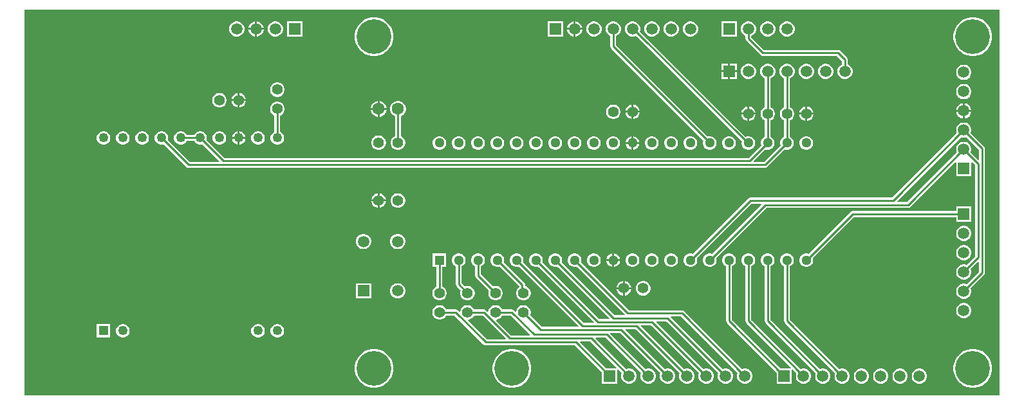
<source format=gtl>
G04*
G04 #@! TF.GenerationSoftware,Altium Limited,Altium Designer,21.6.1 (37)*
G04*
G04 Layer_Physical_Order=1*
G04 Layer_Color=255*
%FSLAX25Y25*%
%MOIN*%
G70*
G04*
G04 #@! TF.SameCoordinates,5A4F57BB-18EF-4FC9-9596-1EF8DA8ABA7A*
G04*
G04*
G04 #@! TF.FilePolarity,Positive*
G04*
G01*
G75*
%ADD10C,0.01000*%
%ADD21C,0.04921*%
%ADD22R,0.04921X0.04921*%
%ADD24C,0.05906*%
%ADD25R,0.05906X0.05906*%
%ADD26C,0.05512*%
%ADD27C,0.06299*%
%ADD28R,0.05906X0.05906*%
%ADD29R,0.05039X0.05039*%
%ADD30C,0.05039*%
%ADD31C,0.18000*%
G36*
X505000Y0D02*
X0D01*
Y200000D01*
X505000D01*
Y0D01*
D02*
G37*
%LPC*%
G36*
X120520Y193953D02*
X120500D01*
Y190500D01*
X123953D01*
Y190520D01*
X123683Y191526D01*
X123163Y192427D01*
X122427Y193163D01*
X121526Y193683D01*
X120520Y193953D01*
D02*
G37*
G36*
X285520D02*
X285500D01*
Y190500D01*
X288953D01*
Y190520D01*
X288683Y191526D01*
X288163Y192427D01*
X287427Y193163D01*
X286526Y193683D01*
X285520Y193953D01*
D02*
G37*
G36*
X284500D02*
X284480D01*
X283474Y193683D01*
X282573Y193163D01*
X281837Y192427D01*
X281317Y191526D01*
X281047Y190520D01*
Y190500D01*
X284500D01*
Y193953D01*
D02*
G37*
G36*
X119500D02*
X119480D01*
X118474Y193683D01*
X117573Y193163D01*
X116837Y192427D01*
X116317Y191526D01*
X116047Y190520D01*
Y190500D01*
X119500D01*
Y193953D01*
D02*
G37*
G36*
X395520D02*
X394480D01*
X393474Y193683D01*
X392573Y193163D01*
X391837Y192427D01*
X391317Y191526D01*
X391047Y190520D01*
Y189480D01*
X391317Y188474D01*
X391837Y187573D01*
X392573Y186837D01*
X393474Y186317D01*
X394480Y186047D01*
X395520D01*
X396526Y186317D01*
X397427Y186837D01*
X398163Y187573D01*
X398683Y188474D01*
X398953Y189480D01*
Y190520D01*
X398683Y191526D01*
X398163Y192427D01*
X397427Y193163D01*
X396526Y193683D01*
X395520Y193953D01*
D02*
G37*
G36*
X385520D02*
X384480D01*
X383474Y193683D01*
X382573Y193163D01*
X381837Y192427D01*
X381317Y191526D01*
X381047Y190520D01*
Y189480D01*
X381317Y188474D01*
X381837Y187573D01*
X382573Y186837D01*
X383474Y186317D01*
X384480Y186047D01*
X385520D01*
X386526Y186317D01*
X387427Y186837D01*
X388163Y187573D01*
X388683Y188474D01*
X388953Y189480D01*
Y190520D01*
X388683Y191526D01*
X388163Y192427D01*
X387427Y193163D01*
X386526Y193683D01*
X385520Y193953D01*
D02*
G37*
G36*
X368953D02*
X361047D01*
Y186047D01*
X368953D01*
Y193953D01*
D02*
G37*
G36*
X345520D02*
X344480D01*
X343474Y193683D01*
X342573Y193163D01*
X341837Y192427D01*
X341317Y191526D01*
X341047Y190520D01*
Y189480D01*
X341317Y188474D01*
X341837Y187573D01*
X342573Y186837D01*
X343474Y186317D01*
X344480Y186047D01*
X345520D01*
X346526Y186317D01*
X347427Y186837D01*
X348163Y187573D01*
X348683Y188474D01*
X348953Y189480D01*
Y190520D01*
X348683Y191526D01*
X348163Y192427D01*
X347427Y193163D01*
X346526Y193683D01*
X345520Y193953D01*
D02*
G37*
G36*
X335520D02*
X334480D01*
X333474Y193683D01*
X332573Y193163D01*
X331837Y192427D01*
X331317Y191526D01*
X331047Y190520D01*
Y189480D01*
X331317Y188474D01*
X331837Y187573D01*
X332573Y186837D01*
X333474Y186317D01*
X334480Y186047D01*
X335520D01*
X336526Y186317D01*
X337427Y186837D01*
X338163Y187573D01*
X338683Y188474D01*
X338953Y189480D01*
Y190520D01*
X338683Y191526D01*
X338163Y192427D01*
X337427Y193163D01*
X336526Y193683D01*
X335520Y193953D01*
D02*
G37*
G36*
X325520D02*
X324480D01*
X323474Y193683D01*
X322573Y193163D01*
X321837Y192427D01*
X321317Y191526D01*
X321047Y190520D01*
Y189480D01*
X321317Y188474D01*
X321837Y187573D01*
X322573Y186837D01*
X323474Y186317D01*
X324480Y186047D01*
X325520D01*
X326526Y186317D01*
X327427Y186837D01*
X328163Y187573D01*
X328683Y188474D01*
X328953Y189480D01*
Y190520D01*
X328683Y191526D01*
X328163Y192427D01*
X327427Y193163D01*
X326526Y193683D01*
X325520Y193953D01*
D02*
G37*
G36*
X295520D02*
X294480D01*
X293474Y193683D01*
X292573Y193163D01*
X291837Y192427D01*
X291317Y191526D01*
X291047Y190520D01*
Y189480D01*
X291317Y188474D01*
X291837Y187573D01*
X292573Y186837D01*
X293474Y186317D01*
X294480Y186047D01*
X295520D01*
X296526Y186317D01*
X297427Y186837D01*
X298163Y187573D01*
X298683Y188474D01*
X298953Y189480D01*
Y190520D01*
X298683Y191526D01*
X298163Y192427D01*
X297427Y193163D01*
X296526Y193683D01*
X295520Y193953D01*
D02*
G37*
G36*
X288953Y189500D02*
X285500D01*
Y186047D01*
X285520D01*
X286526Y186317D01*
X287427Y186837D01*
X288163Y187573D01*
X288683Y188474D01*
X288953Y189480D01*
Y189500D01*
D02*
G37*
G36*
X284500D02*
X281047D01*
Y189480D01*
X281317Y188474D01*
X281837Y187573D01*
X282573Y186837D01*
X283474Y186317D01*
X284480Y186047D01*
X284500D01*
Y189500D01*
D02*
G37*
G36*
X278953Y193953D02*
X271047D01*
Y186047D01*
X278953D01*
Y193953D01*
D02*
G37*
G36*
X143953D02*
X136047D01*
Y186047D01*
X143953D01*
Y193953D01*
D02*
G37*
G36*
X130520D02*
X129480D01*
X128474Y193683D01*
X127573Y193163D01*
X126837Y192427D01*
X126317Y191526D01*
X126047Y190520D01*
Y189480D01*
X126317Y188474D01*
X126837Y187573D01*
X127573Y186837D01*
X128474Y186317D01*
X129480Y186047D01*
X130520D01*
X131526Y186317D01*
X132427Y186837D01*
X133163Y187573D01*
X133683Y188474D01*
X133953Y189480D01*
Y190520D01*
X133683Y191526D01*
X133163Y192427D01*
X132427Y193163D01*
X131526Y193683D01*
X130520Y193953D01*
D02*
G37*
G36*
X123953Y189500D02*
X120500D01*
Y186047D01*
X120520D01*
X121526Y186317D01*
X122427Y186837D01*
X123163Y187573D01*
X123683Y188474D01*
X123953Y189480D01*
Y189500D01*
D02*
G37*
G36*
X119500D02*
X116047D01*
Y189480D01*
X116317Y188474D01*
X116837Y187573D01*
X117573Y186837D01*
X118474Y186317D01*
X119480Y186047D01*
X119500D01*
Y189500D01*
D02*
G37*
G36*
X110520Y193953D02*
X109480D01*
X108474Y193683D01*
X107573Y193163D01*
X106837Y192427D01*
X106317Y191526D01*
X106047Y190520D01*
Y189480D01*
X106317Y188474D01*
X106837Y187573D01*
X107573Y186837D01*
X108474Y186317D01*
X109480Y186047D01*
X110520D01*
X111526Y186317D01*
X112427Y186837D01*
X113163Y187573D01*
X113683Y188474D01*
X113953Y189480D01*
Y190520D01*
X113683Y191526D01*
X113163Y192427D01*
X112427Y193163D01*
X111526Y193683D01*
X110520Y193953D01*
D02*
G37*
G36*
X492185Y196000D02*
X490215D01*
X488283Y195616D01*
X486463Y194862D01*
X484825Y193767D01*
X483432Y192375D01*
X482338Y190737D01*
X481584Y188917D01*
X481200Y186985D01*
Y185015D01*
X481584Y183083D01*
X482338Y181263D01*
X483432Y179625D01*
X484825Y178233D01*
X486463Y177138D01*
X488283Y176384D01*
X490215Y176000D01*
X492185D01*
X494117Y176384D01*
X495937Y177138D01*
X497575Y178233D01*
X498968Y179625D01*
X500062Y181263D01*
X500816Y183083D01*
X501200Y185015D01*
Y186985D01*
X500816Y188917D01*
X500062Y190737D01*
X498968Y192375D01*
X497575Y193767D01*
X495937Y194862D01*
X494117Y195616D01*
X492185Y196000D01*
D02*
G37*
G36*
X182087D02*
X180117D01*
X178185Y195616D01*
X176366Y194862D01*
X174728Y193767D01*
X173335Y192375D01*
X172240Y190737D01*
X171487Y188917D01*
X171102Y186985D01*
Y185015D01*
X171487Y183083D01*
X172240Y181263D01*
X173335Y179625D01*
X174728Y178233D01*
X176366Y177138D01*
X178185Y176384D01*
X180117Y176000D01*
X182087D01*
X184019Y176384D01*
X185839Y177138D01*
X187477Y178233D01*
X188870Y179625D01*
X189964Y181263D01*
X190718Y183083D01*
X191102Y185015D01*
Y186985D01*
X190718Y188917D01*
X189964Y190737D01*
X188870Y192375D01*
X187477Y193767D01*
X185839Y194862D01*
X184019Y195616D01*
X182087Y196000D01*
D02*
G37*
G36*
X368953Y171953D02*
X365500D01*
Y168500D01*
X368953D01*
Y171953D01*
D02*
G37*
G36*
X364500D02*
X361047D01*
Y168500D01*
X364500D01*
Y171953D01*
D02*
G37*
G36*
X375520Y193953D02*
X374480D01*
X373474Y193683D01*
X372573Y193163D01*
X371837Y192427D01*
X371317Y191526D01*
X371047Y190520D01*
Y189480D01*
X371317Y188474D01*
X371837Y187573D01*
X372573Y186837D01*
X373471Y186319D01*
Y185000D01*
X373587Y184415D01*
X373919Y183919D01*
X381419Y176419D01*
X381915Y176087D01*
X382500Y175971D01*
X420866D01*
X423471Y173366D01*
Y171681D01*
X422573Y171163D01*
X421837Y170427D01*
X421317Y169526D01*
X421047Y168520D01*
Y167480D01*
X421317Y166474D01*
X421837Y165573D01*
X422573Y164837D01*
X423474Y164317D01*
X424480Y164047D01*
X425520D01*
X426526Y164317D01*
X427427Y164837D01*
X428163Y165573D01*
X428683Y166474D01*
X428953Y167480D01*
Y168520D01*
X428683Y169526D01*
X428163Y170427D01*
X427427Y171163D01*
X426529Y171681D01*
Y174000D01*
X426413Y174585D01*
X426081Y175081D01*
X422581Y178581D01*
X422085Y178913D01*
X421500Y179029D01*
X383134D01*
X376529Y185634D01*
Y186319D01*
X377427Y186837D01*
X378163Y187573D01*
X378683Y188474D01*
X378953Y189480D01*
Y190520D01*
X378683Y191526D01*
X378163Y192427D01*
X377427Y193163D01*
X376526Y193683D01*
X375520Y193953D01*
D02*
G37*
G36*
X415520Y171953D02*
X414480D01*
X413474Y171683D01*
X412573Y171163D01*
X411837Y170427D01*
X411317Y169526D01*
X411047Y168520D01*
Y167480D01*
X411317Y166474D01*
X411837Y165573D01*
X412573Y164837D01*
X413474Y164317D01*
X414480Y164047D01*
X415520D01*
X416526Y164317D01*
X417427Y164837D01*
X418163Y165573D01*
X418683Y166474D01*
X418953Y167480D01*
Y168520D01*
X418683Y169526D01*
X418163Y170427D01*
X417427Y171163D01*
X416526Y171683D01*
X415520Y171953D01*
D02*
G37*
G36*
X405520D02*
X404480D01*
X403474Y171683D01*
X402573Y171163D01*
X401837Y170427D01*
X401317Y169526D01*
X401047Y168520D01*
Y167480D01*
X401317Y166474D01*
X401837Y165573D01*
X402573Y164837D01*
X403474Y164317D01*
X404480Y164047D01*
X405520D01*
X406526Y164317D01*
X407427Y164837D01*
X408163Y165573D01*
X408683Y166474D01*
X408953Y167480D01*
Y168520D01*
X408683Y169526D01*
X408163Y170427D01*
X407427Y171163D01*
X406526Y171683D01*
X405520Y171953D01*
D02*
G37*
G36*
X375520D02*
X374480D01*
X373474Y171683D01*
X372573Y171163D01*
X371837Y170427D01*
X371317Y169526D01*
X371047Y168520D01*
Y167480D01*
X371317Y166474D01*
X371837Y165573D01*
X372573Y164837D01*
X373474Y164317D01*
X374480Y164047D01*
X375520D01*
X376526Y164317D01*
X377427Y164837D01*
X378163Y165573D01*
X378683Y166474D01*
X378953Y167480D01*
Y168520D01*
X378683Y169526D01*
X378163Y170427D01*
X377427Y171163D01*
X376526Y171683D01*
X375520Y171953D01*
D02*
G37*
G36*
X368953Y167500D02*
X365500D01*
Y164047D01*
X368953D01*
Y167500D01*
D02*
G37*
G36*
X364500D02*
X361047D01*
Y164047D01*
X364500D01*
Y167500D01*
D02*
G37*
G36*
X487020Y171453D02*
X485980D01*
X484974Y171183D01*
X484073Y170663D01*
X483337Y169927D01*
X482817Y169026D01*
X482547Y168020D01*
Y166980D01*
X482817Y165974D01*
X483337Y165073D01*
X484073Y164337D01*
X484974Y163817D01*
X485980Y163547D01*
X487020D01*
X488026Y163817D01*
X488927Y164337D01*
X489663Y165073D01*
X490183Y165974D01*
X490453Y166980D01*
Y168020D01*
X490183Y169026D01*
X489663Y169927D01*
X488927Y170663D01*
X488026Y171183D01*
X487020Y171453D01*
D02*
G37*
G36*
X131494Y162256D02*
X130506D01*
X129550Y162000D01*
X128694Y161505D01*
X127995Y160806D01*
X127500Y159950D01*
X127244Y158994D01*
Y158005D01*
X127500Y157050D01*
X127995Y156194D01*
X128694Y155494D01*
X129550Y155000D01*
X130506Y154744D01*
X131494D01*
X132450Y155000D01*
X133306Y155494D01*
X134005Y156194D01*
X134500Y157050D01*
X134756Y158005D01*
Y158994D01*
X134500Y159950D01*
X134005Y160806D01*
X133306Y161505D01*
X132450Y162000D01*
X131494Y162256D01*
D02*
G37*
G36*
X487020Y161453D02*
X485980D01*
X484974Y161183D01*
X484073Y160663D01*
X483337Y159927D01*
X482817Y159026D01*
X482547Y158020D01*
Y156980D01*
X482817Y155974D01*
X483337Y155073D01*
X484073Y154337D01*
X484974Y153817D01*
X485980Y153547D01*
X487020D01*
X488026Y153817D01*
X488927Y154337D01*
X489663Y155073D01*
X490183Y155974D01*
X490453Y156980D01*
Y158020D01*
X490183Y159026D01*
X489663Y159927D01*
X488927Y160663D01*
X488026Y161183D01*
X487020Y161453D01*
D02*
G37*
G36*
X111500Y156754D02*
Y153500D01*
X114754D01*
X114500Y154450D01*
X114005Y155306D01*
X113306Y156006D01*
X112450Y156500D01*
X111500Y156754D01*
D02*
G37*
G36*
X110500D02*
X109550Y156500D01*
X108694Y156006D01*
X107994Y155306D01*
X107500Y154450D01*
X107246Y153500D01*
X110500D01*
Y156754D01*
D02*
G37*
G36*
X114754Y152500D02*
X111500D01*
Y149246D01*
X112450Y149500D01*
X113306Y149995D01*
X114005Y150694D01*
X114500Y151550D01*
X114754Y152500D01*
D02*
G37*
G36*
X110500D02*
X107246D01*
X107500Y151550D01*
X107994Y150694D01*
X108694Y149995D01*
X109550Y149500D01*
X110500Y149246D01*
Y152500D01*
D02*
G37*
G36*
X101495Y156756D02*
X100505D01*
X99550Y156500D01*
X98694Y156006D01*
X97995Y155306D01*
X97500Y154450D01*
X97244Y153495D01*
Y152506D01*
X97500Y151550D01*
X97995Y150694D01*
X98694Y149995D01*
X99550Y149500D01*
X100505Y149244D01*
X101495D01*
X102450Y149500D01*
X103306Y149995D01*
X104006Y150694D01*
X104500Y151550D01*
X104756Y152506D01*
Y153495D01*
X104500Y154450D01*
X104006Y155306D01*
X103306Y156006D01*
X102450Y156500D01*
X101495Y156756D01*
D02*
G37*
G36*
X184046Y152650D02*
X184000D01*
Y149000D01*
X187650D01*
Y149046D01*
X187367Y150102D01*
X186820Y151048D01*
X186048Y151821D01*
X185102Y152367D01*
X184046Y152650D01*
D02*
G37*
G36*
X183000D02*
X182954D01*
X181898Y152367D01*
X180952Y151821D01*
X180180Y151048D01*
X179633Y150102D01*
X179350Y149046D01*
Y149000D01*
X183000D01*
Y152650D01*
D02*
G37*
G36*
X487020Y151453D02*
X487000D01*
Y148000D01*
X490453D01*
Y148020D01*
X490183Y149026D01*
X489663Y149927D01*
X488927Y150663D01*
X488026Y151183D01*
X487020Y151453D01*
D02*
G37*
G36*
X486000D02*
X485980D01*
X484974Y151183D01*
X484073Y150663D01*
X483337Y149927D01*
X482817Y149026D01*
X482547Y148020D01*
Y148000D01*
X486000D01*
Y151453D01*
D02*
G37*
G36*
X315500Y150754D02*
Y147500D01*
X318754D01*
X318500Y148450D01*
X318005Y149306D01*
X317306Y150005D01*
X316450Y150500D01*
X315500Y150754D01*
D02*
G37*
G36*
X314500D02*
X313550Y150500D01*
X312694Y150005D01*
X311995Y149306D01*
X311500Y148450D01*
X311246Y147500D01*
X314500D01*
Y150754D01*
D02*
G37*
G36*
X405500Y149754D02*
Y146500D01*
X408754D01*
X408500Y147450D01*
X408006Y148306D01*
X407306Y149005D01*
X406450Y149500D01*
X405500Y149754D01*
D02*
G37*
G36*
X375500D02*
Y146500D01*
X378754D01*
X378500Y147450D01*
X378006Y148306D01*
X377306Y149005D01*
X376450Y149500D01*
X375500Y149754D01*
D02*
G37*
G36*
X374500D02*
X373550Y149500D01*
X372694Y149005D01*
X371994Y148306D01*
X371500Y147450D01*
X371246Y146500D01*
X374500D01*
Y149754D01*
D02*
G37*
G36*
X404500D02*
X403550Y149500D01*
X402694Y149005D01*
X401995Y148306D01*
X401500Y147450D01*
X401246Y146500D01*
X404500D01*
Y149754D01*
D02*
G37*
G36*
X187650Y148000D02*
X184000D01*
Y144350D01*
X184046D01*
X185102Y144633D01*
X186048Y145179D01*
X186820Y145952D01*
X187367Y146898D01*
X187650Y147954D01*
Y148000D01*
D02*
G37*
G36*
X183000D02*
X179350D01*
Y147954D01*
X179633Y146898D01*
X180180Y145952D01*
X180952Y145179D01*
X181898Y144633D01*
X182954Y144350D01*
X183000D01*
Y148000D01*
D02*
G37*
G36*
X490453Y147000D02*
X487000D01*
Y143547D01*
X487020D01*
X488026Y143817D01*
X488927Y144337D01*
X489663Y145073D01*
X490183Y145974D01*
X490453Y146980D01*
Y147000D01*
D02*
G37*
G36*
X486000D02*
X482547D01*
Y146980D01*
X482817Y145974D01*
X483337Y145073D01*
X484073Y144337D01*
X484974Y143817D01*
X485980Y143547D01*
X486000D01*
Y147000D01*
D02*
G37*
G36*
X318754Y146500D02*
X315500D01*
Y143246D01*
X316450Y143500D01*
X317306Y143994D01*
X318005Y144694D01*
X318500Y145550D01*
X318754Y146500D01*
D02*
G37*
G36*
X314500D02*
X311246D01*
X311500Y145550D01*
X311995Y144694D01*
X312694Y143994D01*
X313550Y143500D01*
X314500Y143246D01*
Y146500D01*
D02*
G37*
G36*
X305494Y150756D02*
X304505D01*
X303550Y150500D01*
X302694Y150005D01*
X301994Y149306D01*
X301500Y148450D01*
X301244Y147494D01*
Y146505D01*
X301500Y145550D01*
X301994Y144694D01*
X302694Y143994D01*
X303550Y143500D01*
X304505Y143244D01*
X305494D01*
X306450Y143500D01*
X307306Y143994D01*
X308005Y144694D01*
X308500Y145550D01*
X308756Y146505D01*
Y147494D01*
X308500Y148450D01*
X308005Y149306D01*
X307306Y150005D01*
X306450Y150500D01*
X305494Y150756D01*
D02*
G37*
G36*
X408754Y145500D02*
X405500D01*
Y142246D01*
X406450Y142500D01*
X407306Y142994D01*
X408006Y143694D01*
X408500Y144550D01*
X408754Y145500D01*
D02*
G37*
G36*
X378754D02*
X375500D01*
Y142246D01*
X376450Y142500D01*
X377306Y142994D01*
X378006Y143694D01*
X378500Y144550D01*
X378754Y145500D01*
D02*
G37*
G36*
X374500D02*
X371246D01*
X371500Y144550D01*
X371994Y143694D01*
X372694Y142994D01*
X373550Y142500D01*
X374500Y142246D01*
Y145500D01*
D02*
G37*
G36*
X404500D02*
X401246D01*
X401500Y144550D01*
X401995Y143694D01*
X402694Y142994D01*
X403550Y142500D01*
X404500Y142246D01*
Y145500D01*
D02*
G37*
G36*
X111500Y136949D02*
Y134000D01*
X114449D01*
X114225Y134836D01*
X113769Y135625D01*
X113125Y136269D01*
X112336Y136725D01*
X111500Y136949D01*
D02*
G37*
G36*
X110500D02*
X109664Y136725D01*
X108875Y136269D01*
X108231Y135625D01*
X107775Y134836D01*
X107551Y134000D01*
X110500D01*
Y136949D01*
D02*
G37*
G36*
X315500Y134394D02*
Y131384D01*
X318510D01*
X318280Y132242D01*
X317816Y133045D01*
X317161Y133700D01*
X316359Y134164D01*
X315500Y134394D01*
D02*
G37*
G36*
X314500D02*
X313641Y134164D01*
X312839Y133700D01*
X312184Y133045D01*
X311720Y132242D01*
X311490Y131384D01*
X314500D01*
Y134394D01*
D02*
G37*
G36*
X114449Y133000D02*
X111500D01*
Y130051D01*
X112336Y130275D01*
X113125Y130731D01*
X113769Y131375D01*
X114225Y132164D01*
X114449Y133000D01*
D02*
G37*
G36*
X110500D02*
X107551D01*
X107775Y132164D01*
X108231Y131375D01*
X108875Y130731D01*
X109664Y130275D01*
X110500Y130051D01*
Y133000D01*
D02*
G37*
G36*
X131494Y152256D02*
X130506D01*
X129550Y152000D01*
X128694Y151505D01*
X127995Y150806D01*
X127500Y149950D01*
X127244Y148995D01*
Y148005D01*
X127500Y147050D01*
X127995Y146194D01*
X128694Y145494D01*
X129471Y145046D01*
Y136613D01*
X128875Y136269D01*
X128231Y135625D01*
X127775Y134836D01*
X127539Y133956D01*
Y133044D01*
X127775Y132164D01*
X128231Y131375D01*
X128875Y130731D01*
X129664Y130275D01*
X130544Y130039D01*
X131456D01*
X132336Y130275D01*
X133125Y130731D01*
X133769Y131375D01*
X134225Y132164D01*
X134461Y133044D01*
Y133956D01*
X134225Y134836D01*
X133769Y135625D01*
X133125Y136269D01*
X132529Y136613D01*
Y145046D01*
X133306Y145494D01*
X134005Y146194D01*
X134500Y147050D01*
X134756Y148005D01*
Y148995D01*
X134500Y149950D01*
X134005Y150806D01*
X133306Y151505D01*
X132450Y152000D01*
X131494Y152256D01*
D02*
G37*
G36*
X121456Y136961D02*
X120544D01*
X119664Y136725D01*
X118875Y136269D01*
X118231Y135625D01*
X117775Y134836D01*
X117539Y133956D01*
Y133044D01*
X117775Y132164D01*
X118231Y131375D01*
X118875Y130731D01*
X119664Y130275D01*
X120544Y130039D01*
X121456D01*
X122336Y130275D01*
X123125Y130731D01*
X123769Y131375D01*
X124225Y132164D01*
X124461Y133044D01*
Y133956D01*
X124225Y134836D01*
X123769Y135625D01*
X123125Y136269D01*
X122336Y136725D01*
X121456Y136961D01*
D02*
G37*
G36*
X101456D02*
X100544D01*
X99664Y136725D01*
X98875Y136269D01*
X98231Y135625D01*
X97775Y134836D01*
X97539Y133956D01*
Y133044D01*
X97775Y132164D01*
X98231Y131375D01*
X98875Y130731D01*
X99664Y130275D01*
X100544Y130039D01*
X101456D01*
X102336Y130275D01*
X103125Y130731D01*
X103769Y131375D01*
X104225Y132164D01*
X104461Y133044D01*
Y133956D01*
X104225Y134836D01*
X103769Y135625D01*
X103125Y136269D01*
X102336Y136725D01*
X101456Y136961D01*
D02*
G37*
G36*
X61456D02*
X60544D01*
X59664Y136725D01*
X58875Y136269D01*
X58231Y135625D01*
X57775Y134836D01*
X57539Y133956D01*
Y133044D01*
X57775Y132164D01*
X58231Y131375D01*
X58875Y130731D01*
X59664Y130275D01*
X60544Y130039D01*
X61456D01*
X62336Y130275D01*
X63125Y130731D01*
X63769Y131375D01*
X64225Y132164D01*
X64461Y133044D01*
Y133956D01*
X64225Y134836D01*
X63769Y135625D01*
X63125Y136269D01*
X62336Y136725D01*
X61456Y136961D01*
D02*
G37*
G36*
X51456D02*
X50544D01*
X49664Y136725D01*
X48875Y136269D01*
X48231Y135625D01*
X47775Y134836D01*
X47539Y133956D01*
Y133044D01*
X47775Y132164D01*
X48231Y131375D01*
X48875Y130731D01*
X49664Y130275D01*
X50544Y130039D01*
X51456D01*
X52336Y130275D01*
X53125Y130731D01*
X53769Y131375D01*
X54225Y132164D01*
X54461Y133044D01*
Y133956D01*
X54225Y134836D01*
X53769Y135625D01*
X53125Y136269D01*
X52336Y136725D01*
X51456Y136961D01*
D02*
G37*
G36*
X41456D02*
X40544D01*
X39664Y136725D01*
X38875Y136269D01*
X38231Y135625D01*
X37775Y134836D01*
X37539Y133956D01*
Y133044D01*
X37775Y132164D01*
X38231Y131375D01*
X38875Y130731D01*
X39664Y130275D01*
X40544Y130039D01*
X41456D01*
X42336Y130275D01*
X43125Y130731D01*
X43769Y131375D01*
X44225Y132164D01*
X44461Y133044D01*
Y133956D01*
X44225Y134836D01*
X43769Y135625D01*
X43125Y136269D01*
X42336Y136725D01*
X41456Y136961D01*
D02*
G37*
G36*
X318510Y130384D02*
X315500D01*
Y127374D01*
X316359Y127604D01*
X317161Y128067D01*
X317816Y128723D01*
X318280Y129525D01*
X318510Y130384D01*
D02*
G37*
G36*
X314500D02*
X311490D01*
X311720Y129525D01*
X312184Y128723D01*
X312839Y128067D01*
X313641Y127604D01*
X314500Y127374D01*
Y130384D01*
D02*
G37*
G36*
X405463Y134404D02*
X404537D01*
X403641Y134164D01*
X402839Y133700D01*
X402184Y133045D01*
X401720Y132242D01*
X401480Y131347D01*
Y130420D01*
X401720Y129525D01*
X402184Y128723D01*
X402839Y128067D01*
X403641Y127604D01*
X404537Y127364D01*
X405463D01*
X406359Y127604D01*
X407161Y128067D01*
X407816Y128723D01*
X408280Y129525D01*
X408520Y130420D01*
Y131347D01*
X408280Y132242D01*
X407816Y133045D01*
X407161Y133700D01*
X406359Y134164D01*
X405463Y134404D01*
D02*
G37*
G36*
X395520Y171953D02*
X394480D01*
X393474Y171683D01*
X392573Y171163D01*
X391837Y170427D01*
X391317Y169526D01*
X391047Y168520D01*
Y167480D01*
X391317Y166474D01*
X391837Y165573D01*
X392573Y164837D01*
X393471Y164319D01*
Y149454D01*
X392694Y149005D01*
X391995Y148306D01*
X391500Y147450D01*
X391244Y146494D01*
Y145505D01*
X391500Y144550D01*
X391995Y143694D01*
X392694Y142994D01*
X393471Y142546D01*
Y134065D01*
X392839Y133700D01*
X392184Y133045D01*
X391720Y132242D01*
X391480Y131347D01*
Y130420D01*
X391669Y129716D01*
X382983Y121029D01*
X377962D01*
X377770Y121491D01*
X383832Y127553D01*
X384537Y127364D01*
X385463D01*
X386359Y127604D01*
X387161Y128067D01*
X387816Y128723D01*
X388280Y129525D01*
X388520Y130420D01*
Y131347D01*
X388280Y132242D01*
X387816Y133045D01*
X387161Y133700D01*
X386529Y134065D01*
Y142546D01*
X387306Y142994D01*
X388005Y143694D01*
X388500Y144550D01*
X388756Y145505D01*
Y146494D01*
X388500Y147450D01*
X388005Y148306D01*
X387306Y149005D01*
X386529Y149454D01*
Y164319D01*
X387427Y164837D01*
X388163Y165573D01*
X388683Y166474D01*
X388953Y167480D01*
Y168520D01*
X388683Y169526D01*
X388163Y170427D01*
X387427Y171163D01*
X386526Y171683D01*
X385520Y171953D01*
X384480D01*
X383474Y171683D01*
X382573Y171163D01*
X381837Y170427D01*
X381317Y169526D01*
X381047Y168520D01*
Y167480D01*
X381317Y166474D01*
X381837Y165573D01*
X382573Y164837D01*
X383471Y164319D01*
Y149454D01*
X382694Y149005D01*
X381995Y148306D01*
X381500Y147450D01*
X381244Y146494D01*
Y145505D01*
X381500Y144550D01*
X381995Y143694D01*
X382694Y142994D01*
X383471Y142546D01*
Y134065D01*
X382839Y133700D01*
X382184Y133045D01*
X381720Y132242D01*
X381480Y131347D01*
Y130420D01*
X381669Y129716D01*
X374983Y123029D01*
X103633D01*
X94283Y132380D01*
X94461Y133044D01*
Y133956D01*
X94225Y134836D01*
X93769Y135625D01*
X93125Y136269D01*
X92336Y136725D01*
X91456Y136961D01*
X90544D01*
X89664Y136725D01*
X88875Y136269D01*
X88231Y135625D01*
X87887Y135029D01*
X84113D01*
X83769Y135625D01*
X83125Y136269D01*
X82336Y136725D01*
X81456Y136961D01*
X80544D01*
X79664Y136725D01*
X78875Y136269D01*
X78231Y135625D01*
X77775Y134836D01*
X77539Y133956D01*
Y133044D01*
X77775Y132164D01*
X78231Y131375D01*
X78875Y130731D01*
X79664Y130275D01*
X80544Y130039D01*
X81456D01*
X82336Y130275D01*
X83125Y130731D01*
X83769Y131375D01*
X84113Y131971D01*
X87887D01*
X88231Y131375D01*
X88875Y130731D01*
X89664Y130275D01*
X90544Y130039D01*
X91456D01*
X92120Y130217D01*
X100846Y121491D01*
X100654Y121029D01*
X85633D01*
X74283Y132380D01*
X74461Y133044D01*
Y133956D01*
X74225Y134836D01*
X73769Y135625D01*
X73125Y136269D01*
X72336Y136725D01*
X71456Y136961D01*
X70544D01*
X69664Y136725D01*
X68875Y136269D01*
X68231Y135625D01*
X67775Y134836D01*
X67539Y133956D01*
Y133044D01*
X67775Y132164D01*
X68231Y131375D01*
X68875Y130731D01*
X69664Y130275D01*
X70544Y130039D01*
X71456D01*
X72120Y130217D01*
X83919Y118419D01*
X84415Y118087D01*
X85000Y117971D01*
X383616D01*
X384201Y118087D01*
X384698Y118419D01*
X393832Y127553D01*
X394537Y127364D01*
X395463D01*
X396359Y127604D01*
X397161Y128067D01*
X397816Y128723D01*
X398280Y129525D01*
X398520Y130420D01*
Y131347D01*
X398280Y132242D01*
X397816Y133045D01*
X397161Y133700D01*
X396529Y134065D01*
Y142546D01*
X397306Y142994D01*
X398006Y143694D01*
X398500Y144550D01*
X398756Y145505D01*
Y146494D01*
X398500Y147450D01*
X398006Y148306D01*
X397306Y149005D01*
X396529Y149454D01*
Y164319D01*
X397427Y164837D01*
X398163Y165573D01*
X398683Y166474D01*
X398953Y167480D01*
Y168520D01*
X398683Y169526D01*
X398163Y170427D01*
X397427Y171163D01*
X396526Y171683D01*
X395520Y171953D01*
D02*
G37*
G36*
X315520Y193953D02*
X314480D01*
X313474Y193683D01*
X312573Y193163D01*
X311837Y192427D01*
X311317Y191526D01*
X311047Y190520D01*
Y189480D01*
X311317Y188474D01*
X311837Y187573D01*
X312573Y186837D01*
X313474Y186317D01*
X314480Y186047D01*
X315520D01*
X316526Y186317D01*
X316803Y186477D01*
X371576Y131703D01*
X371480Y131347D01*
Y130420D01*
X371720Y129525D01*
X372184Y128723D01*
X372839Y128067D01*
X373641Y127604D01*
X374537Y127364D01*
X375463D01*
X376359Y127604D01*
X377161Y128067D01*
X377816Y128723D01*
X378280Y129525D01*
X378520Y130420D01*
Y131347D01*
X378280Y132242D01*
X377816Y133045D01*
X377161Y133700D01*
X376359Y134164D01*
X375463Y134404D01*
X374537D01*
X373641Y134164D01*
X373514Y134090D01*
X318778Y188827D01*
X318953Y189480D01*
Y190520D01*
X318683Y191526D01*
X318163Y192427D01*
X317427Y193163D01*
X316526Y193683D01*
X315520Y193953D01*
D02*
G37*
G36*
X365463Y134404D02*
X364537D01*
X363641Y134164D01*
X362839Y133700D01*
X362184Y133045D01*
X361720Y132242D01*
X361480Y131347D01*
Y130420D01*
X361720Y129525D01*
X362184Y128723D01*
X362839Y128067D01*
X363641Y127604D01*
X364537Y127364D01*
X365463D01*
X366359Y127604D01*
X367161Y128067D01*
X367816Y128723D01*
X368280Y129525D01*
X368520Y130420D01*
Y131347D01*
X368280Y132242D01*
X367816Y133045D01*
X367161Y133700D01*
X366359Y134164D01*
X365463Y134404D01*
D02*
G37*
G36*
X305520Y193953D02*
X304480D01*
X303474Y193683D01*
X302573Y193163D01*
X301837Y192427D01*
X301317Y191526D01*
X301047Y190520D01*
Y189480D01*
X301317Y188474D01*
X301837Y187573D01*
X302573Y186837D01*
X303471Y186319D01*
Y180884D01*
X303587Y180299D01*
X303919Y179802D01*
X351669Y132052D01*
X351480Y131347D01*
Y130420D01*
X351720Y129525D01*
X352184Y128723D01*
X352839Y128067D01*
X353641Y127604D01*
X354537Y127364D01*
X355463D01*
X356359Y127604D01*
X357161Y128067D01*
X357816Y128723D01*
X358280Y129525D01*
X358520Y130420D01*
Y131347D01*
X358280Y132242D01*
X357816Y133045D01*
X357161Y133700D01*
X356359Y134164D01*
X355463Y134404D01*
X354537D01*
X353832Y134215D01*
X306529Y181517D01*
Y186319D01*
X307427Y186837D01*
X308163Y187573D01*
X308683Y188474D01*
X308953Y189480D01*
Y190520D01*
X308683Y191526D01*
X308163Y192427D01*
X307427Y193163D01*
X306526Y193683D01*
X305520Y193953D01*
D02*
G37*
G36*
X345463Y134404D02*
X344537D01*
X343641Y134164D01*
X342839Y133700D01*
X342184Y133045D01*
X341720Y132242D01*
X341480Y131347D01*
Y130420D01*
X341720Y129525D01*
X342184Y128723D01*
X342839Y128067D01*
X343641Y127604D01*
X344537Y127364D01*
X345463D01*
X346359Y127604D01*
X347161Y128067D01*
X347816Y128723D01*
X348280Y129525D01*
X348520Y130420D01*
Y131347D01*
X348280Y132242D01*
X347816Y133045D01*
X347161Y133700D01*
X346359Y134164D01*
X345463Y134404D01*
D02*
G37*
G36*
X335463D02*
X334537D01*
X333641Y134164D01*
X332839Y133700D01*
X332184Y133045D01*
X331720Y132242D01*
X331480Y131347D01*
Y130420D01*
X331720Y129525D01*
X332184Y128723D01*
X332839Y128067D01*
X333641Y127604D01*
X334537Y127364D01*
X335463D01*
X336359Y127604D01*
X337161Y128067D01*
X337816Y128723D01*
X338280Y129525D01*
X338520Y130420D01*
Y131347D01*
X338280Y132242D01*
X337816Y133045D01*
X337161Y133700D01*
X336359Y134164D01*
X335463Y134404D01*
D02*
G37*
G36*
X325463D02*
X324537D01*
X323641Y134164D01*
X322839Y133700D01*
X322184Y133045D01*
X321720Y132242D01*
X321480Y131347D01*
Y130420D01*
X321720Y129525D01*
X322184Y128723D01*
X322839Y128067D01*
X323641Y127604D01*
X324537Y127364D01*
X325463D01*
X326359Y127604D01*
X327161Y128067D01*
X327816Y128723D01*
X328280Y129525D01*
X328520Y130420D01*
Y131347D01*
X328280Y132242D01*
X327816Y133045D01*
X327161Y133700D01*
X326359Y134164D01*
X325463Y134404D01*
D02*
G37*
G36*
X305463D02*
X304537D01*
X303641Y134164D01*
X302839Y133700D01*
X302184Y133045D01*
X301720Y132242D01*
X301480Y131347D01*
Y130420D01*
X301720Y129525D01*
X302184Y128723D01*
X302839Y128067D01*
X303641Y127604D01*
X304537Y127364D01*
X305463D01*
X306359Y127604D01*
X307161Y128067D01*
X307816Y128723D01*
X308280Y129525D01*
X308520Y130420D01*
Y131347D01*
X308280Y132242D01*
X307816Y133045D01*
X307161Y133700D01*
X306359Y134164D01*
X305463Y134404D01*
D02*
G37*
G36*
X295463D02*
X294537D01*
X293641Y134164D01*
X292839Y133700D01*
X292184Y133045D01*
X291720Y132242D01*
X291480Y131347D01*
Y130420D01*
X291720Y129525D01*
X292184Y128723D01*
X292839Y128067D01*
X293641Y127604D01*
X294537Y127364D01*
X295463D01*
X296359Y127604D01*
X297161Y128067D01*
X297816Y128723D01*
X298280Y129525D01*
X298520Y130420D01*
Y131347D01*
X298280Y132242D01*
X297816Y133045D01*
X297161Y133700D01*
X296359Y134164D01*
X295463Y134404D01*
D02*
G37*
G36*
X285463D02*
X284537D01*
X283641Y134164D01*
X282839Y133700D01*
X282184Y133045D01*
X281720Y132242D01*
X281480Y131347D01*
Y130420D01*
X281720Y129525D01*
X282184Y128723D01*
X282839Y128067D01*
X283641Y127604D01*
X284537Y127364D01*
X285463D01*
X286359Y127604D01*
X287161Y128067D01*
X287816Y128723D01*
X288280Y129525D01*
X288520Y130420D01*
Y131347D01*
X288280Y132242D01*
X287816Y133045D01*
X287161Y133700D01*
X286359Y134164D01*
X285463Y134404D01*
D02*
G37*
G36*
X275463D02*
X274537D01*
X273641Y134164D01*
X272839Y133700D01*
X272184Y133045D01*
X271720Y132242D01*
X271480Y131347D01*
Y130420D01*
X271720Y129525D01*
X272184Y128723D01*
X272839Y128067D01*
X273641Y127604D01*
X274537Y127364D01*
X275463D01*
X276359Y127604D01*
X277161Y128067D01*
X277816Y128723D01*
X278280Y129525D01*
X278520Y130420D01*
Y131347D01*
X278280Y132242D01*
X277816Y133045D01*
X277161Y133700D01*
X276359Y134164D01*
X275463Y134404D01*
D02*
G37*
G36*
X265463D02*
X264537D01*
X263641Y134164D01*
X262839Y133700D01*
X262184Y133045D01*
X261720Y132242D01*
X261480Y131347D01*
Y130420D01*
X261720Y129525D01*
X262184Y128723D01*
X262839Y128067D01*
X263641Y127604D01*
X264537Y127364D01*
X265463D01*
X266359Y127604D01*
X267161Y128067D01*
X267816Y128723D01*
X268280Y129525D01*
X268520Y130420D01*
Y131347D01*
X268280Y132242D01*
X267816Y133045D01*
X267161Y133700D01*
X266359Y134164D01*
X265463Y134404D01*
D02*
G37*
G36*
X255463D02*
X254537D01*
X253641Y134164D01*
X252839Y133700D01*
X252184Y133045D01*
X251720Y132242D01*
X251480Y131347D01*
Y130420D01*
X251720Y129525D01*
X252184Y128723D01*
X252839Y128067D01*
X253641Y127604D01*
X254537Y127364D01*
X255463D01*
X256359Y127604D01*
X257161Y128067D01*
X257816Y128723D01*
X258280Y129525D01*
X258520Y130420D01*
Y131347D01*
X258280Y132242D01*
X257816Y133045D01*
X257161Y133700D01*
X256359Y134164D01*
X255463Y134404D01*
D02*
G37*
G36*
X245463D02*
X244537D01*
X243641Y134164D01*
X242839Y133700D01*
X242184Y133045D01*
X241720Y132242D01*
X241480Y131347D01*
Y130420D01*
X241720Y129525D01*
X242184Y128723D01*
X242839Y128067D01*
X243641Y127604D01*
X244537Y127364D01*
X245463D01*
X246359Y127604D01*
X247161Y128067D01*
X247816Y128723D01*
X248280Y129525D01*
X248520Y130420D01*
Y131347D01*
X248280Y132242D01*
X247816Y133045D01*
X247161Y133700D01*
X246359Y134164D01*
X245463Y134404D01*
D02*
G37*
G36*
X235463D02*
X234537D01*
X233641Y134164D01*
X232839Y133700D01*
X232184Y133045D01*
X231720Y132242D01*
X231480Y131347D01*
Y130420D01*
X231720Y129525D01*
X232184Y128723D01*
X232839Y128067D01*
X233641Y127604D01*
X234537Y127364D01*
X235463D01*
X236359Y127604D01*
X237161Y128067D01*
X237816Y128723D01*
X238280Y129525D01*
X238520Y130420D01*
Y131347D01*
X238280Y132242D01*
X237816Y133045D01*
X237161Y133700D01*
X236359Y134164D01*
X235463Y134404D01*
D02*
G37*
G36*
X225463D02*
X224537D01*
X223641Y134164D01*
X222839Y133700D01*
X222184Y133045D01*
X221720Y132242D01*
X221480Y131347D01*
Y130420D01*
X221720Y129525D01*
X222184Y128723D01*
X222839Y128067D01*
X223641Y127604D01*
X224537Y127364D01*
X225463D01*
X226359Y127604D01*
X227161Y128067D01*
X227816Y128723D01*
X228280Y129525D01*
X228520Y130420D01*
Y131347D01*
X228280Y132242D01*
X227816Y133045D01*
X227161Y133700D01*
X226359Y134164D01*
X225463Y134404D01*
D02*
G37*
G36*
X215463D02*
X214537D01*
X213641Y134164D01*
X212839Y133700D01*
X212184Y133045D01*
X211720Y132242D01*
X211480Y131347D01*
Y130420D01*
X211720Y129525D01*
X212184Y128723D01*
X212839Y128067D01*
X213641Y127604D01*
X214537Y127364D01*
X215463D01*
X216359Y127604D01*
X217161Y128067D01*
X217816Y128723D01*
X218280Y129525D01*
X218520Y130420D01*
Y131347D01*
X218280Y132242D01*
X217816Y133045D01*
X217161Y133700D01*
X216359Y134164D01*
X215463Y134404D01*
D02*
G37*
G36*
X194046Y152650D02*
X192954D01*
X191898Y152367D01*
X190952Y151821D01*
X190180Y151048D01*
X189633Y150102D01*
X189350Y149046D01*
Y147954D01*
X189633Y146898D01*
X190180Y145952D01*
X190952Y145179D01*
X191898Y144633D01*
X191971Y144614D01*
Y134454D01*
X191194Y134005D01*
X190495Y133306D01*
X190000Y132450D01*
X189744Y131494D01*
Y130506D01*
X190000Y129550D01*
X190495Y128694D01*
X191194Y127995D01*
X192050Y127500D01*
X193006Y127244D01*
X193994D01*
X194950Y127500D01*
X195806Y127995D01*
X196505Y128694D01*
X197000Y129550D01*
X197256Y130506D01*
Y131494D01*
X197000Y132450D01*
X196505Y133306D01*
X195806Y134005D01*
X195029Y134454D01*
Y144614D01*
X195102Y144633D01*
X196048Y145179D01*
X196820Y145952D01*
X197367Y146898D01*
X197650Y147954D01*
Y149046D01*
X197367Y150102D01*
X196820Y151048D01*
X196048Y151821D01*
X195102Y152367D01*
X194046Y152650D01*
D02*
G37*
G36*
X183994Y134756D02*
X183005D01*
X182050Y134500D01*
X181194Y134005D01*
X180494Y133306D01*
X180000Y132450D01*
X179744Y131494D01*
Y130506D01*
X180000Y129550D01*
X180494Y128694D01*
X181194Y127995D01*
X182050Y127500D01*
X183005Y127244D01*
X183994D01*
X184950Y127500D01*
X185806Y127995D01*
X186505Y128694D01*
X187000Y129550D01*
X187256Y130506D01*
Y131494D01*
X187000Y132450D01*
X186505Y133306D01*
X185806Y134005D01*
X184950Y134500D01*
X183994Y134756D01*
D02*
G37*
G36*
X184000Y104754D02*
Y101500D01*
X187254D01*
X187000Y102450D01*
X186505Y103306D01*
X185806Y104006D01*
X184950Y104500D01*
X184000Y104754D01*
D02*
G37*
G36*
X183000D02*
X182050Y104500D01*
X181194Y104006D01*
X180494Y103306D01*
X180000Y102450D01*
X179746Y101500D01*
X183000D01*
Y104754D01*
D02*
G37*
G36*
X187254Y100500D02*
X184000D01*
Y97246D01*
X184950Y97500D01*
X185806Y97995D01*
X186505Y98694D01*
X187000Y99550D01*
X187254Y100500D01*
D02*
G37*
G36*
X183000D02*
X179746D01*
X180000Y99550D01*
X180494Y98694D01*
X181194Y97995D01*
X182050Y97500D01*
X183000Y97246D01*
Y100500D01*
D02*
G37*
G36*
X193994Y104756D02*
X193006D01*
X192050Y104500D01*
X191194Y104006D01*
X190495Y103306D01*
X190000Y102450D01*
X189744Y101495D01*
Y100505D01*
X190000Y99550D01*
X190495Y98694D01*
X191194Y97995D01*
X192050Y97500D01*
X193006Y97244D01*
X193994D01*
X194950Y97500D01*
X195806Y97995D01*
X196505Y98694D01*
X197000Y99550D01*
X197256Y100505D01*
Y101495D01*
X197000Y102450D01*
X196505Y103306D01*
X195806Y104006D01*
X194950Y104500D01*
X193994Y104756D01*
D02*
G37*
G36*
X490453Y97953D02*
X482547D01*
Y95529D01*
X428884D01*
X428299Y95413D01*
X427802Y95081D01*
X406168Y73447D01*
X405463Y73636D01*
X404537D01*
X403641Y73396D01*
X402839Y72933D01*
X402184Y72277D01*
X401720Y71475D01*
X401480Y70579D01*
Y69653D01*
X401720Y68758D01*
X402184Y67955D01*
X402839Y67300D01*
X403641Y66836D01*
X404537Y66597D01*
X405463D01*
X406359Y66836D01*
X407161Y67300D01*
X407816Y67955D01*
X408280Y68758D01*
X408520Y69653D01*
Y70579D01*
X408331Y71284D01*
X429517Y92471D01*
X482547D01*
Y90047D01*
X490453D01*
Y97953D01*
D02*
G37*
G36*
X487020Y87953D02*
X485980D01*
X484974Y87683D01*
X484073Y87163D01*
X483337Y86427D01*
X482817Y85526D01*
X482547Y84520D01*
Y83480D01*
X482817Y82474D01*
X483337Y81573D01*
X484073Y80837D01*
X484974Y80317D01*
X485980Y80047D01*
X487020D01*
X488026Y80317D01*
X488927Y80837D01*
X489663Y81573D01*
X490183Y82474D01*
X490453Y83480D01*
Y84520D01*
X490183Y85526D01*
X489663Y86427D01*
X488927Y87163D01*
X488026Y87683D01*
X487020Y87953D01*
D02*
G37*
G36*
X193879Y83748D02*
X192838D01*
X191832Y83479D01*
X190931Y82958D01*
X190195Y82222D01*
X189675Y81321D01*
X189406Y80316D01*
Y79275D01*
X189675Y78270D01*
X190195Y77368D01*
X190931Y76632D01*
X191832Y76112D01*
X192838Y75842D01*
X193879D01*
X194884Y76112D01*
X195785Y76632D01*
X196521Y77368D01*
X197042Y78270D01*
X197311Y79275D01*
Y80316D01*
X197042Y81321D01*
X196521Y82222D01*
X195785Y82958D01*
X194884Y83479D01*
X193879Y83748D01*
D02*
G37*
G36*
X176162D02*
X175121D01*
X174116Y83479D01*
X173215Y82958D01*
X172479Y82222D01*
X171958Y81321D01*
X171689Y80316D01*
Y79275D01*
X171958Y78270D01*
X172479Y77368D01*
X173215Y76632D01*
X174116Y76112D01*
X175121Y75842D01*
X176162D01*
X177167Y76112D01*
X178069Y76632D01*
X178805Y77368D01*
X179325Y78270D01*
X179595Y79275D01*
Y80316D01*
X179325Y81321D01*
X178805Y82222D01*
X178069Y82958D01*
X177167Y83479D01*
X176162Y83748D01*
D02*
G37*
G36*
X305500Y73626D02*
Y70616D01*
X308510D01*
X308280Y71475D01*
X307816Y72277D01*
X307161Y72933D01*
X306359Y73396D01*
X305500Y73626D01*
D02*
G37*
G36*
X304500D02*
X303641Y73396D01*
X302839Y72933D01*
X302184Y72277D01*
X301720Y71475D01*
X301490Y70616D01*
X304500D01*
Y73626D01*
D02*
G37*
G36*
X487020Y77953D02*
X485980D01*
X484974Y77683D01*
X484073Y77163D01*
X483337Y76427D01*
X482817Y75526D01*
X482547Y74520D01*
Y73480D01*
X482817Y72474D01*
X483337Y71573D01*
X484073Y70837D01*
X484974Y70317D01*
X485980Y70047D01*
X487020D01*
X488026Y70317D01*
X488927Y70837D01*
X489663Y71573D01*
X490183Y72474D01*
X490453Y73480D01*
Y74520D01*
X490183Y75526D01*
X489663Y76427D01*
X488927Y77163D01*
X488026Y77683D01*
X487020Y77953D01*
D02*
G37*
G36*
X308510Y69616D02*
X305500D01*
Y66606D01*
X306359Y66836D01*
X307161Y67300D01*
X307816Y67955D01*
X308280Y68758D01*
X308510Y69616D01*
D02*
G37*
G36*
X304500D02*
X301490D01*
X301720Y68758D01*
X302184Y67955D01*
X302839Y67300D01*
X303641Y66836D01*
X304500Y66606D01*
Y69616D01*
D02*
G37*
G36*
X335463Y73636D02*
X334537D01*
X333641Y73396D01*
X332839Y72933D01*
X332184Y72277D01*
X331720Y71475D01*
X331480Y70579D01*
Y69653D01*
X331720Y68758D01*
X332184Y67955D01*
X332839Y67300D01*
X333641Y66836D01*
X334537Y66597D01*
X335463D01*
X336359Y66836D01*
X337161Y67300D01*
X337816Y67955D01*
X338280Y68758D01*
X338520Y69653D01*
Y70579D01*
X338280Y71475D01*
X337816Y72277D01*
X337161Y72933D01*
X336359Y73396D01*
X335463Y73636D01*
D02*
G37*
G36*
X325463D02*
X324537D01*
X323641Y73396D01*
X322839Y72933D01*
X322184Y72277D01*
X321720Y71475D01*
X321480Y70579D01*
Y69653D01*
X321720Y68758D01*
X322184Y67955D01*
X322839Y67300D01*
X323641Y66836D01*
X324537Y66597D01*
X325463D01*
X326359Y66836D01*
X327161Y67300D01*
X327816Y67955D01*
X328280Y68758D01*
X328520Y69653D01*
Y70579D01*
X328280Y71475D01*
X327816Y72277D01*
X327161Y72933D01*
X326359Y73396D01*
X325463Y73636D01*
D02*
G37*
G36*
X315463D02*
X314537D01*
X313641Y73396D01*
X312839Y72933D01*
X312184Y72277D01*
X311720Y71475D01*
X311480Y70579D01*
Y69653D01*
X311720Y68758D01*
X312184Y67955D01*
X312839Y67300D01*
X313641Y66836D01*
X314537Y66597D01*
X315463D01*
X316359Y66836D01*
X317161Y67300D01*
X317816Y67955D01*
X318280Y68758D01*
X318520Y69653D01*
Y70579D01*
X318280Y71475D01*
X317816Y72277D01*
X317161Y72933D01*
X316359Y73396D01*
X315463Y73636D01*
D02*
G37*
G36*
X295463D02*
X294537D01*
X293641Y73396D01*
X292839Y72933D01*
X292184Y72277D01*
X291720Y71475D01*
X291480Y70579D01*
Y69653D01*
X291720Y68758D01*
X292184Y67955D01*
X292839Y67300D01*
X293641Y66836D01*
X294537Y66597D01*
X295463D01*
X296359Y66836D01*
X297161Y67300D01*
X297816Y67955D01*
X298280Y68758D01*
X298520Y69653D01*
Y70579D01*
X298280Y71475D01*
X297816Y72277D01*
X297161Y72933D01*
X296359Y73396D01*
X295463Y73636D01*
D02*
G37*
G36*
X487020Y141453D02*
X485980D01*
X484974Y141183D01*
X484073Y140663D01*
X483337Y139927D01*
X482817Y139026D01*
X482547Y138020D01*
Y136980D01*
X482816Y135978D01*
X449367Y102529D01*
X375884D01*
X375299Y102413D01*
X374802Y102081D01*
X346168Y73447D01*
X345463Y73636D01*
X344537D01*
X343641Y73396D01*
X342839Y72933D01*
X342184Y72277D01*
X341720Y71475D01*
X341480Y70579D01*
Y69653D01*
X341720Y68758D01*
X342184Y67955D01*
X342839Y67300D01*
X343641Y66836D01*
X344537Y66597D01*
X345463D01*
X346359Y66836D01*
X347161Y67300D01*
X347816Y67955D01*
X348280Y68758D01*
X348520Y69653D01*
Y70579D01*
X348331Y71284D01*
X376517Y99471D01*
X381538D01*
X381730Y99009D01*
X356168Y73447D01*
X355463Y73636D01*
X354537D01*
X353641Y73396D01*
X352839Y72933D01*
X352184Y72277D01*
X351720Y71475D01*
X351480Y70579D01*
Y69653D01*
X351720Y68758D01*
X352184Y67955D01*
X352839Y67300D01*
X353641Y66836D01*
X354537Y66597D01*
X355463D01*
X356359Y66836D01*
X357161Y67300D01*
X357816Y67955D01*
X358280Y68758D01*
X358520Y69653D01*
Y70579D01*
X358331Y71284D01*
X384243Y97196D01*
X457725D01*
X458311Y97312D01*
X458807Y97644D01*
X482085Y120922D01*
X482547Y120731D01*
Y113547D01*
X490453D01*
Y120731D01*
X490915Y120922D01*
X492471Y119367D01*
Y72133D01*
X488022Y67685D01*
X487020Y67953D01*
X485980D01*
X484974Y67683D01*
X484073Y67163D01*
X483337Y66427D01*
X482817Y65526D01*
X482547Y64520D01*
Y63480D01*
X482817Y62474D01*
X483337Y61573D01*
X484073Y60837D01*
X484974Y60317D01*
X485980Y60047D01*
X487020D01*
X488026Y60317D01*
X488927Y60837D01*
X489663Y61573D01*
X490183Y62474D01*
X490453Y63480D01*
Y64520D01*
X490184Y65522D01*
X494009Y69346D01*
X494471Y69154D01*
Y64134D01*
X488022Y57684D01*
X487020Y57953D01*
X485980D01*
X484974Y57683D01*
X484073Y57163D01*
X483337Y56427D01*
X482817Y55526D01*
X482547Y54520D01*
Y53480D01*
X482817Y52474D01*
X483337Y51573D01*
X484073Y50837D01*
X484974Y50317D01*
X485980Y50047D01*
X487020D01*
X488026Y50317D01*
X488927Y50837D01*
X489663Y51573D01*
X490183Y52474D01*
X490453Y53480D01*
Y54520D01*
X490184Y55522D01*
X497081Y62419D01*
X497413Y62915D01*
X497529Y63500D01*
Y128000D01*
X497413Y128585D01*
X497081Y129081D01*
X490184Y135978D01*
X490453Y136980D01*
Y138020D01*
X490183Y139026D01*
X489663Y139927D01*
X488927Y140663D01*
X488026Y141183D01*
X487020Y141453D01*
D02*
G37*
G36*
X311000Y59254D02*
Y56000D01*
X314254D01*
X314000Y56950D01*
X313506Y57806D01*
X312806Y58505D01*
X311950Y59000D01*
X311000Y59254D01*
D02*
G37*
G36*
X310000D02*
X309050Y59000D01*
X308194Y58505D01*
X307494Y57806D01*
X307000Y56950D01*
X306746Y56000D01*
X310000D01*
Y59254D01*
D02*
G37*
G36*
X314254Y55000D02*
X311000D01*
Y51746D01*
X311950Y52000D01*
X312806Y52495D01*
X313506Y53194D01*
X314000Y54050D01*
X314254Y55000D01*
D02*
G37*
G36*
X310000D02*
X306746D01*
X307000Y54050D01*
X307494Y53194D01*
X308194Y52495D01*
X309050Y52000D01*
X310000Y51746D01*
Y55000D01*
D02*
G37*
G36*
X320994Y59256D02*
X320005D01*
X319050Y59000D01*
X318194Y58505D01*
X317495Y57806D01*
X317000Y56950D01*
X316744Y55994D01*
Y55006D01*
X317000Y54050D01*
X317495Y53194D01*
X318194Y52495D01*
X319050Y52000D01*
X320005Y51744D01*
X320994D01*
X321950Y52000D01*
X322806Y52495D01*
X323505Y53194D01*
X324000Y54050D01*
X324256Y55006D01*
Y55994D01*
X324000Y56950D01*
X323505Y57806D01*
X322806Y58505D01*
X321950Y59000D01*
X320994Y59256D01*
D02*
G37*
G36*
X193879Y58157D02*
X192838D01*
X191832Y57888D01*
X190931Y57368D01*
X190195Y56632D01*
X189675Y55730D01*
X189406Y54725D01*
Y53684D01*
X189675Y52679D01*
X190195Y51778D01*
X190931Y51042D01*
X191832Y50521D01*
X192838Y50252D01*
X193879D01*
X194884Y50521D01*
X195785Y51042D01*
X196521Y51778D01*
X197042Y52679D01*
X197311Y53684D01*
Y54725D01*
X197042Y55730D01*
X196521Y56632D01*
X195785Y57368D01*
X194884Y57888D01*
X193879Y58157D01*
D02*
G37*
G36*
X179595D02*
X171689D01*
Y50252D01*
X179595D01*
Y58157D01*
D02*
G37*
G36*
X245463Y73636D02*
X244537D01*
X243641Y73396D01*
X242839Y72933D01*
X242184Y72277D01*
X241720Y71475D01*
X241480Y70579D01*
Y69653D01*
X241720Y68758D01*
X242184Y67955D01*
X242839Y67300D01*
X243641Y66836D01*
X244537Y66597D01*
X245463D01*
X246168Y66785D01*
X256331Y56622D01*
Y56085D01*
X256194Y56006D01*
X255494Y55306D01*
X255000Y54450D01*
X254744Y53495D01*
Y52505D01*
X255000Y51550D01*
X255494Y50694D01*
X256194Y49995D01*
X257050Y49500D01*
X258005Y49244D01*
X258995D01*
X259950Y49500D01*
X260806Y49995D01*
X261506Y50694D01*
X262000Y51550D01*
X262256Y52505D01*
Y53495D01*
X262000Y54450D01*
X261506Y55306D01*
X260806Y56006D01*
X259950Y56500D01*
X259390Y56650D01*
Y57256D01*
X259273Y57841D01*
X258942Y58337D01*
X248331Y68948D01*
X248520Y69653D01*
Y70579D01*
X248280Y71475D01*
X247816Y72277D01*
X247161Y72933D01*
X246359Y73396D01*
X245463Y73636D01*
D02*
G37*
G36*
X235463D02*
X234537D01*
X233641Y73396D01*
X232839Y72933D01*
X232184Y72277D01*
X231720Y71475D01*
X231480Y70579D01*
Y69653D01*
X231720Y68758D01*
X232184Y67955D01*
X232839Y67300D01*
X233471Y66935D01*
Y62000D01*
X233587Y61415D01*
X233919Y60919D01*
X240476Y54361D01*
X240244Y53495D01*
Y52505D01*
X240500Y51550D01*
X240995Y50694D01*
X241694Y49995D01*
X242550Y49500D01*
X243506Y49244D01*
X244495D01*
X245450Y49500D01*
X246306Y49995D01*
X247006Y50694D01*
X247500Y51550D01*
X247756Y52505D01*
Y53495D01*
X247500Y54450D01*
X247006Y55306D01*
X246306Y56006D01*
X245450Y56500D01*
X244495Y56756D01*
X243506D01*
X242639Y56524D01*
X236529Y62634D01*
Y66935D01*
X237161Y67300D01*
X237816Y67955D01*
X238280Y68758D01*
X238520Y69653D01*
Y70579D01*
X238280Y71475D01*
X237816Y72277D01*
X237161Y72933D01*
X236359Y73396D01*
X235463Y73636D01*
D02*
G37*
G36*
X225463D02*
X224537D01*
X223641Y73396D01*
X222839Y72933D01*
X222184Y72277D01*
X221720Y71475D01*
X221480Y70579D01*
Y69653D01*
X221720Y68758D01*
X222184Y67955D01*
X222839Y67300D01*
X223471Y66935D01*
Y57500D01*
X223587Y56915D01*
X223919Y56419D01*
X225976Y54361D01*
X225744Y53495D01*
Y52505D01*
X226000Y51550D01*
X226495Y50694D01*
X227194Y49995D01*
X228050Y49500D01*
X229006Y49244D01*
X229995D01*
X230950Y49500D01*
X231806Y49995D01*
X232505Y50694D01*
X233000Y51550D01*
X233256Y52505D01*
Y53495D01*
X233000Y54450D01*
X232505Y55306D01*
X231806Y56006D01*
X230950Y56500D01*
X229995Y56756D01*
X229006D01*
X228139Y56524D01*
X226529Y58134D01*
Y66935D01*
X227161Y67300D01*
X227816Y67955D01*
X228280Y68758D01*
X228520Y69653D01*
Y70579D01*
X228280Y71475D01*
X227816Y72277D01*
X227161Y72933D01*
X226359Y73396D01*
X225463Y73636D01*
D02*
G37*
G36*
X218520D02*
X211480D01*
Y66597D01*
X213471D01*
Y56454D01*
X212694Y56006D01*
X211995Y55306D01*
X211500Y54450D01*
X211244Y53495D01*
Y52505D01*
X211500Y51550D01*
X211995Y50694D01*
X212694Y49995D01*
X213550Y49500D01*
X214506Y49244D01*
X215494D01*
X216450Y49500D01*
X217306Y49995D01*
X218005Y50694D01*
X218500Y51550D01*
X218756Y52505D01*
Y53495D01*
X218500Y54450D01*
X218005Y55306D01*
X217306Y56006D01*
X216529Y56454D01*
Y66597D01*
X218520D01*
Y73636D01*
D02*
G37*
G36*
X285463D02*
X284537D01*
X283641Y73396D01*
X282839Y72933D01*
X282184Y72277D01*
X281720Y71475D01*
X281480Y70579D01*
Y69653D01*
X281720Y68758D01*
X282184Y67955D01*
X282839Y67300D01*
X283641Y66836D01*
X284537Y66597D01*
X285463D01*
X286168Y66785D01*
X310924Y42029D01*
X310717Y41529D01*
X305750D01*
X278331Y68948D01*
X278520Y69653D01*
Y70579D01*
X278280Y71475D01*
X277816Y72277D01*
X277161Y72933D01*
X276359Y73396D01*
X275463Y73636D01*
X274537D01*
X273641Y73396D01*
X272839Y72933D01*
X272184Y72277D01*
X271720Y71475D01*
X271480Y70579D01*
Y69653D01*
X271720Y68758D01*
X272184Y67955D01*
X272839Y67300D01*
X273641Y66836D01*
X274537Y66597D01*
X275463D01*
X276168Y66785D01*
X302962Y39991D01*
X302771Y39529D01*
X297750D01*
X268331Y68948D01*
X268520Y69653D01*
Y70579D01*
X268280Y71475D01*
X267816Y72277D01*
X267161Y72933D01*
X266359Y73396D01*
X265463Y73636D01*
X264537D01*
X263641Y73396D01*
X262839Y72933D01*
X262184Y72277D01*
X261720Y71475D01*
X261480Y70579D01*
Y69653D01*
X261720Y68758D01*
X262184Y67955D01*
X262839Y67300D01*
X263641Y66836D01*
X264537Y66597D01*
X265463D01*
X266168Y66785D01*
X294962Y37991D01*
X294771Y37529D01*
X289750D01*
X258331Y68948D01*
X258520Y69653D01*
Y70579D01*
X258280Y71475D01*
X257816Y72277D01*
X257161Y72933D01*
X256359Y73396D01*
X255463Y73636D01*
X254537D01*
X253641Y73396D01*
X252839Y72933D01*
X252184Y72277D01*
X251720Y71475D01*
X251480Y70579D01*
Y69653D01*
X251720Y68758D01*
X252184Y67955D01*
X252839Y67300D01*
X253641Y66836D01*
X254537Y66597D01*
X255463D01*
X256168Y66785D01*
X286962Y35991D01*
X286771Y35529D01*
X268133D01*
X262024Y41639D01*
X262256Y42505D01*
Y43494D01*
X262000Y44450D01*
X261506Y45306D01*
X260806Y46005D01*
X259950Y46500D01*
X258995Y46756D01*
X258005D01*
X257050Y46500D01*
X256194Y46005D01*
X255494Y45306D01*
X255000Y44450D01*
X254768Y43583D01*
X254298Y43347D01*
X253563Y44081D01*
X253066Y44413D01*
X252481Y44529D01*
X247454D01*
X247006Y45306D01*
X246306Y46005D01*
X245450Y46500D01*
X244495Y46756D01*
X243506D01*
X242550Y46500D01*
X241694Y46005D01*
X240995Y45306D01*
X240500Y44450D01*
X240268Y43583D01*
X239798Y43347D01*
X239063Y44081D01*
X238566Y44413D01*
X237981Y44529D01*
X232954D01*
X232505Y45306D01*
X231806Y46005D01*
X230950Y46500D01*
X229995Y46756D01*
X229006D01*
X228050Y46500D01*
X227194Y46005D01*
X226495Y45306D01*
X226000Y44450D01*
X225768Y43583D01*
X225298Y43347D01*
X224563Y44081D01*
X224066Y44413D01*
X223481Y44529D01*
X218454D01*
X218005Y45306D01*
X217306Y46005D01*
X216450Y46500D01*
X215494Y46756D01*
X214506D01*
X213550Y46500D01*
X212694Y46005D01*
X211995Y45306D01*
X211500Y44450D01*
X211244Y43494D01*
Y42505D01*
X211500Y41550D01*
X211995Y40694D01*
X212694Y39994D01*
X213550Y39500D01*
X214506Y39244D01*
X215494D01*
X216450Y39500D01*
X217306Y39994D01*
X218005Y40694D01*
X218454Y41471D01*
X222848D01*
X237855Y26463D01*
X238351Y26132D01*
X238936Y26015D01*
X284971D01*
X299197Y11790D01*
Y6047D01*
X307102D01*
Y13231D01*
X307564Y13422D01*
X309465Y11522D01*
X309197Y10520D01*
Y9480D01*
X309466Y8474D01*
X309987Y7573D01*
X310723Y6837D01*
X311624Y6317D01*
X312629Y6047D01*
X313670D01*
X314675Y6317D01*
X315577Y6837D01*
X316313Y7573D01*
X316833Y8474D01*
X317102Y9480D01*
Y10520D01*
X316833Y11526D01*
X316313Y12427D01*
X315577Y13163D01*
X314675Y13683D01*
X313670Y13953D01*
X312629D01*
X311628Y13684D01*
X295759Y29553D01*
X295950Y30015D01*
X300971D01*
X319465Y11522D01*
X319197Y10520D01*
Y9480D01*
X319466Y8474D01*
X319987Y7573D01*
X320723Y6837D01*
X321624Y6317D01*
X322629Y6047D01*
X323670D01*
X324675Y6317D01*
X325577Y6837D01*
X326313Y7573D01*
X326833Y8474D01*
X327102Y9480D01*
Y10520D01*
X326833Y11526D01*
X326313Y12427D01*
X325577Y13163D01*
X324675Y13683D01*
X323670Y13953D01*
X322629D01*
X321628Y13684D01*
X303304Y32009D01*
X303495Y32471D01*
X308516D01*
X329465Y11522D01*
X329197Y10520D01*
Y9480D01*
X329466Y8474D01*
X329987Y7573D01*
X330723Y6837D01*
X331624Y6317D01*
X332629Y6047D01*
X333670D01*
X334675Y6317D01*
X335577Y6837D01*
X336313Y7573D01*
X336833Y8474D01*
X337102Y9480D01*
Y10520D01*
X336833Y11526D01*
X336313Y12427D01*
X335577Y13163D01*
X334675Y13683D01*
X333670Y13953D01*
X332629D01*
X331628Y13684D01*
X311304Y34009D01*
X311495Y34471D01*
X316516D01*
X339465Y11522D01*
X339197Y10520D01*
Y9480D01*
X339466Y8474D01*
X339987Y7573D01*
X340723Y6837D01*
X341624Y6317D01*
X342629Y6047D01*
X343670D01*
X344675Y6317D01*
X345577Y6837D01*
X346313Y7573D01*
X346833Y8474D01*
X347102Y9480D01*
Y10520D01*
X346833Y11526D01*
X346313Y12427D01*
X345577Y13163D01*
X344675Y13683D01*
X343670Y13953D01*
X342629D01*
X341628Y13684D01*
X319304Y36009D01*
X319495Y36471D01*
X324516D01*
X349465Y11522D01*
X349197Y10520D01*
Y9480D01*
X349466Y8474D01*
X349987Y7573D01*
X350723Y6837D01*
X351624Y6317D01*
X352629Y6047D01*
X353670D01*
X354675Y6317D01*
X355577Y6837D01*
X356313Y7573D01*
X356833Y8474D01*
X357102Y9480D01*
Y10520D01*
X356833Y11526D01*
X356313Y12427D01*
X355577Y13163D01*
X354675Y13683D01*
X353670Y13953D01*
X352629D01*
X351628Y13684D01*
X327304Y38009D01*
X327495Y38471D01*
X332516D01*
X359465Y11522D01*
X359197Y10520D01*
Y9480D01*
X359466Y8474D01*
X359987Y7573D01*
X360723Y6837D01*
X361624Y6317D01*
X362629Y6047D01*
X363670D01*
X364675Y6317D01*
X365577Y6837D01*
X366313Y7573D01*
X366833Y8474D01*
X367102Y9480D01*
Y10520D01*
X366833Y11526D01*
X366313Y12427D01*
X365577Y13163D01*
X364675Y13683D01*
X363670Y13953D01*
X362629D01*
X361628Y13684D01*
X334804Y40509D01*
X334995Y40971D01*
X340016D01*
X369465Y11522D01*
X369197Y10520D01*
Y9480D01*
X369466Y8474D01*
X369987Y7573D01*
X370723Y6837D01*
X371624Y6317D01*
X372629Y6047D01*
X373670D01*
X374675Y6317D01*
X375577Y6837D01*
X376313Y7573D01*
X376833Y8474D01*
X377102Y9480D01*
Y10520D01*
X376833Y11526D01*
X376313Y12427D01*
X375577Y13163D01*
X374675Y13683D01*
X373670Y13953D01*
X372629D01*
X371628Y13684D01*
X342024Y43288D01*
X341731Y43581D01*
X341235Y43913D01*
X340650Y44029D01*
X313250D01*
X288331Y68948D01*
X288520Y69653D01*
Y70579D01*
X288280Y71475D01*
X287816Y72277D01*
X287161Y72933D01*
X286359Y73396D01*
X285463Y73636D01*
D02*
G37*
G36*
X487020Y47953D02*
X485980D01*
X484974Y47683D01*
X484073Y47163D01*
X483337Y46427D01*
X482817Y45526D01*
X482547Y44520D01*
Y43480D01*
X482817Y42474D01*
X483337Y41573D01*
X484073Y40837D01*
X484974Y40317D01*
X485980Y40047D01*
X487020D01*
X488026Y40317D01*
X488927Y40837D01*
X489663Y41573D01*
X490183Y42474D01*
X490453Y43480D01*
Y44520D01*
X490183Y45526D01*
X489663Y46427D01*
X488927Y47163D01*
X488026Y47683D01*
X487020Y47953D01*
D02*
G37*
G36*
X131456Y36961D02*
X130544D01*
X129664Y36725D01*
X128875Y36269D01*
X128231Y35625D01*
X127775Y34836D01*
X127539Y33956D01*
Y33044D01*
X127775Y32164D01*
X128231Y31375D01*
X128875Y30731D01*
X129664Y30275D01*
X130544Y30039D01*
X131456D01*
X132336Y30275D01*
X133125Y30731D01*
X133769Y31375D01*
X134225Y32164D01*
X134461Y33044D01*
Y33956D01*
X134225Y34836D01*
X133769Y35625D01*
X133125Y36269D01*
X132336Y36725D01*
X131456Y36961D01*
D02*
G37*
G36*
X121456D02*
X120544D01*
X119664Y36725D01*
X118875Y36269D01*
X118231Y35625D01*
X117775Y34836D01*
X117539Y33956D01*
Y33044D01*
X117775Y32164D01*
X118231Y31375D01*
X118875Y30731D01*
X119664Y30275D01*
X120544Y30039D01*
X121456D01*
X122336Y30275D01*
X123125Y30731D01*
X123769Y31375D01*
X124225Y32164D01*
X124461Y33044D01*
Y33956D01*
X124225Y34836D01*
X123769Y35625D01*
X123125Y36269D01*
X122336Y36725D01*
X121456Y36961D01*
D02*
G37*
G36*
X51456D02*
X50544D01*
X49664Y36725D01*
X48875Y36269D01*
X48231Y35625D01*
X47775Y34836D01*
X47539Y33956D01*
Y33044D01*
X47775Y32164D01*
X48231Y31375D01*
X48875Y30731D01*
X49664Y30275D01*
X50544Y30039D01*
X51456D01*
X52336Y30275D01*
X53125Y30731D01*
X53769Y31375D01*
X54225Y32164D01*
X54461Y33044D01*
Y33956D01*
X54225Y34836D01*
X53769Y35625D01*
X53125Y36269D01*
X52336Y36725D01*
X51456Y36961D01*
D02*
G37*
G36*
X44461D02*
X37539D01*
Y30039D01*
X44461D01*
Y36961D01*
D02*
G37*
G36*
X375463Y73636D02*
X374537D01*
X373641Y73396D01*
X372839Y72933D01*
X372184Y72277D01*
X371720Y71475D01*
X371480Y70579D01*
Y69653D01*
X371720Y68758D01*
X372184Y67955D01*
X372839Y67300D01*
X373471Y66935D01*
Y38500D01*
X373587Y37915D01*
X373919Y37419D01*
X396922Y14415D01*
X396731Y13953D01*
X391710D01*
X366529Y39134D01*
Y66935D01*
X367161Y67300D01*
X367816Y67955D01*
X368280Y68758D01*
X368520Y69653D01*
Y70579D01*
X368280Y71475D01*
X367816Y72277D01*
X367161Y72933D01*
X366359Y73396D01*
X365463Y73636D01*
X364537D01*
X363641Y73396D01*
X362839Y72933D01*
X362184Y72277D01*
X361720Y71475D01*
X361480Y70579D01*
Y69653D01*
X361720Y68758D01*
X362184Y67955D01*
X362839Y67300D01*
X363471Y66935D01*
Y38500D01*
X363587Y37915D01*
X363919Y37419D01*
X389547Y11790D01*
Y6047D01*
X397453D01*
Y13231D01*
X397915Y13422D01*
X399816Y11522D01*
X399547Y10520D01*
Y9480D01*
X399817Y8474D01*
X400337Y7573D01*
X401073Y6837D01*
X401974Y6317D01*
X402980Y6047D01*
X404020D01*
X405026Y6317D01*
X405927Y6837D01*
X406663Y7573D01*
X407183Y8474D01*
X407453Y9480D01*
Y10520D01*
X407183Y11526D01*
X406663Y12427D01*
X405927Y13163D01*
X405026Y13683D01*
X404020Y13953D01*
X402980D01*
X401978Y13684D01*
X376529Y39134D01*
Y66935D01*
X377161Y67300D01*
X377816Y67955D01*
X378280Y68758D01*
X378520Y69653D01*
Y70579D01*
X378280Y71475D01*
X377816Y72277D01*
X377161Y72933D01*
X376359Y73396D01*
X375463Y73636D01*
D02*
G37*
G36*
X464020Y13953D02*
X462980D01*
X461974Y13683D01*
X461073Y13163D01*
X460337Y12427D01*
X459817Y11526D01*
X459547Y10520D01*
Y9480D01*
X459817Y8474D01*
X460337Y7573D01*
X461073Y6837D01*
X461974Y6317D01*
X462980Y6047D01*
X464020D01*
X465026Y6317D01*
X465927Y6837D01*
X466663Y7573D01*
X467183Y8474D01*
X467453Y9480D01*
Y10520D01*
X467183Y11526D01*
X466663Y12427D01*
X465927Y13163D01*
X465026Y13683D01*
X464020Y13953D01*
D02*
G37*
G36*
X454020D02*
X452980D01*
X451974Y13683D01*
X451073Y13163D01*
X450337Y12427D01*
X449817Y11526D01*
X449547Y10520D01*
Y9480D01*
X449817Y8474D01*
X450337Y7573D01*
X451073Y6837D01*
X451974Y6317D01*
X452980Y6047D01*
X454020D01*
X455026Y6317D01*
X455927Y6837D01*
X456663Y7573D01*
X457183Y8474D01*
X457453Y9480D01*
Y10520D01*
X457183Y11526D01*
X456663Y12427D01*
X455927Y13163D01*
X455026Y13683D01*
X454020Y13953D01*
D02*
G37*
G36*
X444020D02*
X442980D01*
X441974Y13683D01*
X441073Y13163D01*
X440337Y12427D01*
X439817Y11526D01*
X439547Y10520D01*
Y9480D01*
X439817Y8474D01*
X440337Y7573D01*
X441073Y6837D01*
X441974Y6317D01*
X442980Y6047D01*
X444020D01*
X445026Y6317D01*
X445927Y6837D01*
X446663Y7573D01*
X447183Y8474D01*
X447453Y9480D01*
Y10520D01*
X447183Y11526D01*
X446663Y12427D01*
X445927Y13163D01*
X445026Y13683D01*
X444020Y13953D01*
D02*
G37*
G36*
X434020D02*
X432980D01*
X431974Y13683D01*
X431073Y13163D01*
X430337Y12427D01*
X429817Y11526D01*
X429547Y10520D01*
Y9480D01*
X429817Y8474D01*
X430337Y7573D01*
X431073Y6837D01*
X431974Y6317D01*
X432980Y6047D01*
X434020D01*
X435026Y6317D01*
X435927Y6837D01*
X436663Y7573D01*
X437183Y8474D01*
X437453Y9480D01*
Y10520D01*
X437183Y11526D01*
X436663Y12427D01*
X435927Y13163D01*
X435026Y13683D01*
X434020Y13953D01*
D02*
G37*
G36*
X395463Y73636D02*
X394537D01*
X393641Y73396D01*
X392839Y72933D01*
X392184Y72277D01*
X391720Y71475D01*
X391480Y70579D01*
Y69653D01*
X391720Y68758D01*
X392184Y67955D01*
X392839Y67300D01*
X393471Y66935D01*
Y38500D01*
X393587Y37915D01*
X393919Y37419D01*
X419815Y11522D01*
X419547Y10520D01*
Y9480D01*
X419817Y8474D01*
X420337Y7573D01*
X421073Y6837D01*
X421974Y6317D01*
X422980Y6047D01*
X424020D01*
X425026Y6317D01*
X425927Y6837D01*
X426663Y7573D01*
X427183Y8474D01*
X427453Y9480D01*
Y10520D01*
X427183Y11526D01*
X426663Y12427D01*
X425927Y13163D01*
X425026Y13683D01*
X424020Y13953D01*
X422980D01*
X421978Y13684D01*
X396529Y39134D01*
Y66935D01*
X397161Y67300D01*
X397816Y67955D01*
X398280Y68758D01*
X398520Y69653D01*
Y70579D01*
X398280Y71475D01*
X397816Y72277D01*
X397161Y72933D01*
X396359Y73396D01*
X395463Y73636D01*
D02*
G37*
G36*
X385463D02*
X384537D01*
X383641Y73396D01*
X382839Y72933D01*
X382184Y72277D01*
X381720Y71475D01*
X381480Y70579D01*
Y69653D01*
X381720Y68758D01*
X382184Y67955D01*
X382839Y67300D01*
X383471Y66935D01*
Y38500D01*
X383587Y37915D01*
X383919Y37419D01*
X409816Y11522D01*
X409547Y10520D01*
Y9480D01*
X409817Y8474D01*
X410337Y7573D01*
X411073Y6837D01*
X411974Y6317D01*
X412980Y6047D01*
X414020D01*
X415026Y6317D01*
X415927Y6837D01*
X416663Y7573D01*
X417183Y8474D01*
X417453Y9480D01*
Y10520D01*
X417183Y11526D01*
X416663Y12427D01*
X415927Y13163D01*
X415026Y13683D01*
X414020Y13953D01*
X412980D01*
X411978Y13684D01*
X386529Y39134D01*
Y66935D01*
X387161Y67300D01*
X387816Y67955D01*
X388280Y68758D01*
X388520Y69653D01*
Y70579D01*
X388280Y71475D01*
X387816Y72277D01*
X387161Y72933D01*
X386359Y73396D01*
X385463Y73636D01*
D02*
G37*
G36*
X492185Y24000D02*
X490215D01*
X488283Y23616D01*
X486463Y22862D01*
X484825Y21768D01*
X483432Y20375D01*
X482338Y18737D01*
X481584Y16917D01*
X481200Y14985D01*
Y13015D01*
X481584Y11083D01*
X482338Y9263D01*
X483432Y7625D01*
X484825Y6233D01*
X486463Y5138D01*
X488283Y4384D01*
X490215Y4000D01*
X492185D01*
X494117Y4384D01*
X495937Y5138D01*
X497575Y6233D01*
X498968Y7625D01*
X500062Y9263D01*
X500816Y11083D01*
X501200Y13015D01*
Y14985D01*
X500816Y16917D01*
X500062Y18737D01*
X498968Y20375D01*
X497575Y21768D01*
X495937Y22862D01*
X494117Y23616D01*
X492185Y24000D01*
D02*
G37*
G36*
X253485D02*
X251515D01*
X249583Y23616D01*
X247763Y22862D01*
X246125Y21768D01*
X244732Y20375D01*
X243638Y18737D01*
X242884Y16917D01*
X242500Y14985D01*
Y13015D01*
X242884Y11083D01*
X243638Y9263D01*
X244732Y7625D01*
X246125Y6233D01*
X247763Y5138D01*
X249583Y4384D01*
X251515Y4000D01*
X253485D01*
X255417Y4384D01*
X257237Y5138D01*
X258875Y6233D01*
X260267Y7625D01*
X261362Y9263D01*
X262116Y11083D01*
X262500Y13015D01*
Y14985D01*
X262116Y16917D01*
X261362Y18737D01*
X260267Y20375D01*
X258875Y21768D01*
X257237Y22862D01*
X255417Y23616D01*
X253485Y24000D01*
D02*
G37*
G36*
X182087D02*
X180117D01*
X178185Y23616D01*
X176366Y22862D01*
X174728Y21768D01*
X173335Y20375D01*
X172240Y18737D01*
X171487Y16917D01*
X171102Y14985D01*
Y13015D01*
X171487Y11083D01*
X172240Y9263D01*
X173335Y7625D01*
X174728Y6233D01*
X176366Y5138D01*
X178185Y4384D01*
X180117Y4000D01*
X182087D01*
X184019Y4384D01*
X185839Y5138D01*
X187477Y6233D01*
X188870Y7625D01*
X189964Y9263D01*
X190718Y11083D01*
X191102Y13015D01*
Y14985D01*
X190718Y16917D01*
X189964Y18737D01*
X188870Y20375D01*
X187477Y21768D01*
X185839Y22862D01*
X184019Y23616D01*
X182087Y24000D01*
D02*
G37*
%LPD*%
G36*
X494471Y127366D02*
Y122346D01*
X494009Y122154D01*
X490184Y125978D01*
X490453Y126980D01*
Y128020D01*
X490183Y129026D01*
X489663Y129927D01*
X488927Y130663D01*
X488026Y131183D01*
X487020Y131453D01*
X485980D01*
X484974Y131183D01*
X484073Y130663D01*
X483337Y129927D01*
X482817Y129026D01*
X482547Y128020D01*
Y126980D01*
X482816Y125978D01*
X457092Y100255D01*
X452071D01*
X451879Y100716D01*
X484978Y133816D01*
X485980Y133547D01*
X487020D01*
X488022Y133816D01*
X494471Y127366D01*
D02*
G37*
G36*
X261782Y31536D02*
X261591Y31074D01*
X252070D01*
X244346Y38798D01*
X244583Y39268D01*
X245450Y39500D01*
X246306Y39994D01*
X247006Y40694D01*
X247454Y41471D01*
X251848D01*
X261782Y31536D01*
D02*
G37*
G36*
X249282Y29536D02*
X249091Y29074D01*
X239570D01*
X229847Y38798D01*
X230083Y39268D01*
X230950Y39500D01*
X231806Y39994D01*
X232505Y40694D01*
X232954Y41471D01*
X237348D01*
X249282Y29536D01*
D02*
G37*
G36*
X306572Y14415D02*
X306381Y13953D01*
X301360D01*
X287759Y27553D01*
X287950Y28015D01*
X292971D01*
X306572Y14415D01*
D02*
G37*
D10*
X305000Y180884D02*
X355000Y130884D01*
X305000Y180884D02*
Y190000D01*
X374558Y130884D02*
X375000D01*
X315000Y190000D02*
X315442D01*
X374558Y130884D01*
X425000Y168000D02*
Y174000D01*
X421500Y177500D02*
X425000Y174000D01*
X382500Y177500D02*
X421500D01*
X375000Y185000D02*
X382500Y177500D01*
X375000Y185000D02*
Y190000D01*
X193500Y131000D02*
Y148500D01*
X85000Y119500D02*
X383616D01*
X71000Y133500D02*
X85000Y119500D01*
X215000Y43000D02*
X223481D01*
X238936Y27545D01*
X229500Y43000D02*
X237981D01*
X251436Y29545D02*
X293605D01*
X237981Y43000D02*
X251436Y29545D01*
X215000Y53000D02*
Y70116D01*
X428884Y94000D02*
X486500D01*
Y54000D02*
X496000Y63500D01*
X486500Y64000D02*
X494000Y71500D01*
X395000Y38500D02*
Y70116D01*
Y38500D02*
X423500Y10000D01*
X385000Y38500D02*
X413500Y10000D01*
X385000Y38500D02*
Y70116D01*
X375000Y38500D02*
Y70116D01*
Y38500D02*
X403500Y10000D01*
X365000Y38500D02*
Y70116D01*
Y38500D02*
X393500Y10000D01*
X405000Y70116D02*
X428884Y94000D01*
X486500Y137500D02*
X496000Y128000D01*
Y63500D02*
Y128000D01*
X494000Y71500D02*
Y120000D01*
X486500Y127500D02*
X494000Y120000D01*
X457725Y98725D02*
X486500Y127500D01*
X395000Y146000D02*
Y168000D01*
Y130884D02*
Y146000D01*
X385000Y130884D02*
Y146000D01*
X383616Y119500D02*
X395000Y130884D01*
X385000Y146000D02*
Y168000D01*
X193250Y131250D02*
X193500Y131000D01*
X450000Y101000D02*
X486500Y137500D01*
X375884Y101000D02*
X450000D01*
X345000Y70116D02*
X375884Y101000D01*
X383609Y98725D02*
X457725D01*
X355000Y70116D02*
X383609Y98725D01*
X103000Y121500D02*
X375616D01*
X91000Y133500D02*
X103000Y121500D01*
X344500Y131384D02*
X345000Y130884D01*
X285000Y70116D02*
X312323Y42793D01*
Y42793D02*
Y42793D01*
X340650Y42500D02*
X340943Y42207D01*
X312616Y42500D02*
X340650D01*
X312323Y42793D02*
X312616Y42500D01*
X340943Y42207D02*
X373150Y10000D01*
X265000Y70116D02*
X297116Y38000D01*
X255000Y70116D02*
X289116Y36000D01*
X275000Y70116D02*
X305116Y40000D01*
X333150D01*
X363150Y10000D01*
X317150Y36000D02*
X343150Y10000D01*
X289116Y36000D02*
X317150D01*
X297116Y38000D02*
X325150D01*
X353150Y10000D01*
X309150Y34000D02*
X333150Y10000D01*
X267500Y34000D02*
X309150D01*
X301605Y31545D02*
X323150Y10000D01*
X263936Y31545D02*
X301605D01*
X293605Y29545D02*
X313150Y10000D01*
X258500Y43000D02*
X267500Y34000D01*
X252481Y43000D02*
X263936Y31545D01*
X238936Y27545D02*
X285605D01*
X303150Y10000D01*
X375616Y121500D02*
X385000Y130884D01*
X244000Y43000D02*
X252481D01*
X257860Y53640D02*
X258500Y53000D01*
X245000Y70116D02*
X257860Y57256D01*
Y53640D02*
Y57256D01*
X235000Y62000D02*
Y70116D01*
Y62000D02*
X244000Y53000D01*
X225000Y57500D02*
Y70116D01*
Y57500D02*
X229500Y53000D01*
X131000Y133500D02*
Y148500D01*
X81000Y133500D02*
X91000D01*
D21*
X41000D02*
D03*
X51000D02*
D03*
X61000D02*
D03*
X71000D02*
D03*
X81000D02*
D03*
X91000D02*
D03*
X101000D02*
D03*
X111000D02*
D03*
X121000D02*
D03*
X131000D02*
D03*
Y33500D02*
D03*
X121000D02*
D03*
X51000D02*
D03*
D22*
X41000D02*
D03*
D24*
X345000Y190000D02*
D03*
X335000D02*
D03*
X325000D02*
D03*
X315000D02*
D03*
X305000D02*
D03*
X295000D02*
D03*
X285000D02*
D03*
X463500Y10000D02*
D03*
X453500D02*
D03*
X443500D02*
D03*
X433500D02*
D03*
X423500D02*
D03*
X413500D02*
D03*
X403500D02*
D03*
X486500Y44000D02*
D03*
Y54000D02*
D03*
Y64000D02*
D03*
Y74000D02*
D03*
Y84000D02*
D03*
X175642Y79795D02*
D03*
X193358D02*
D03*
Y54205D02*
D03*
X373150Y10000D02*
D03*
X363150D02*
D03*
X353150D02*
D03*
X343150D02*
D03*
X333150D02*
D03*
X323150D02*
D03*
X313150D02*
D03*
X486500Y127500D02*
D03*
Y137500D02*
D03*
Y147500D02*
D03*
Y157500D02*
D03*
Y167500D02*
D03*
X425000Y168000D02*
D03*
X415000D02*
D03*
X405000D02*
D03*
X395000D02*
D03*
X375000D02*
D03*
X385000D02*
D03*
X110000Y190000D02*
D03*
X120000D02*
D03*
X130000D02*
D03*
X395000D02*
D03*
X385000D02*
D03*
X375000D02*
D03*
D25*
X275000D02*
D03*
X393500Y10000D02*
D03*
X303150D02*
D03*
X365000Y168000D02*
D03*
X140000Y190000D02*
D03*
X365000D02*
D03*
D26*
X183500Y101000D02*
D03*
X193500D02*
D03*
Y131000D02*
D03*
X183500D02*
D03*
X258500Y53000D02*
D03*
Y43000D02*
D03*
X244000Y53000D02*
D03*
Y43000D02*
D03*
X229500Y53000D02*
D03*
Y43000D02*
D03*
X215000Y53000D02*
D03*
Y43000D02*
D03*
X395000Y146000D02*
D03*
X405000D02*
D03*
X385000D02*
D03*
X375000D02*
D03*
X111000Y153000D02*
D03*
X101000D02*
D03*
X131000Y158500D02*
D03*
Y148500D02*
D03*
X320500Y55500D02*
D03*
X310500D02*
D03*
X305000Y147000D02*
D03*
X315000D02*
D03*
D27*
X183500Y148500D02*
D03*
X193500D02*
D03*
D28*
X486500Y94000D02*
D03*
X175642Y54205D02*
D03*
X486500Y117500D02*
D03*
D29*
X215000Y70116D02*
D03*
D30*
X225000D02*
D03*
X235000D02*
D03*
X245000D02*
D03*
X255000D02*
D03*
X265000D02*
D03*
X275000D02*
D03*
X285000D02*
D03*
X295000D02*
D03*
X305000D02*
D03*
X315000D02*
D03*
X325000D02*
D03*
X335000D02*
D03*
X345000D02*
D03*
X355000D02*
D03*
X365000D02*
D03*
X375000D02*
D03*
X385000D02*
D03*
X395000D02*
D03*
X405000D02*
D03*
Y130884D02*
D03*
X395000D02*
D03*
X385000D02*
D03*
X375000D02*
D03*
X365000D02*
D03*
X355000D02*
D03*
X345000D02*
D03*
X335000D02*
D03*
X325000D02*
D03*
X315000D02*
D03*
X305000D02*
D03*
X295000D02*
D03*
X285000D02*
D03*
X275000D02*
D03*
X265000D02*
D03*
X255000D02*
D03*
X245000D02*
D03*
X235000D02*
D03*
X225000D02*
D03*
X215000D02*
D03*
D31*
X252500Y14000D02*
D03*
X181102D02*
D03*
Y186000D02*
D03*
X491200D02*
D03*
Y14000D02*
D03*
M02*

</source>
